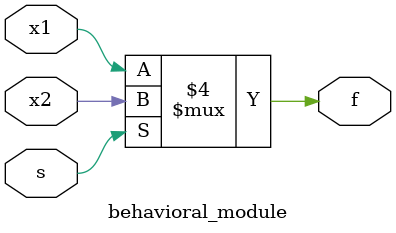
<source format=v>
module gate_level_module (x1, x2, s, f);
    input x1, x2, s;
    output f;
    // wire k, g, h; // These three internal wire definitions can be present or missing, the compiler doesn't care.
    
    // When working with gate-level modelling, we need to instanciate all gates one by one.
    not (k, s);
    and (g, k, x1);
    and (h, s, x2);
    or (f, g, h);
endmodule


module simplified_logic_module (x1, x2, s, f);
    input x1, x2, s;
    output f;

    assign f = (~s & x1) | (s & x2); // assign keyword "plugs" the l-value to f.
endmodule


module behavioral_module (x1, x2, s, f);
    input x1, x2, s;
    output reg f; // Whenever assigned in an always block, outputs must be declared as regs.

    // always @ tells the compiler when f should change.
    always @(x1 or x2 or s) begin
        if (s == 0)
            f = x1;
        else
            f = x2;
    end
endmodule
</source>
